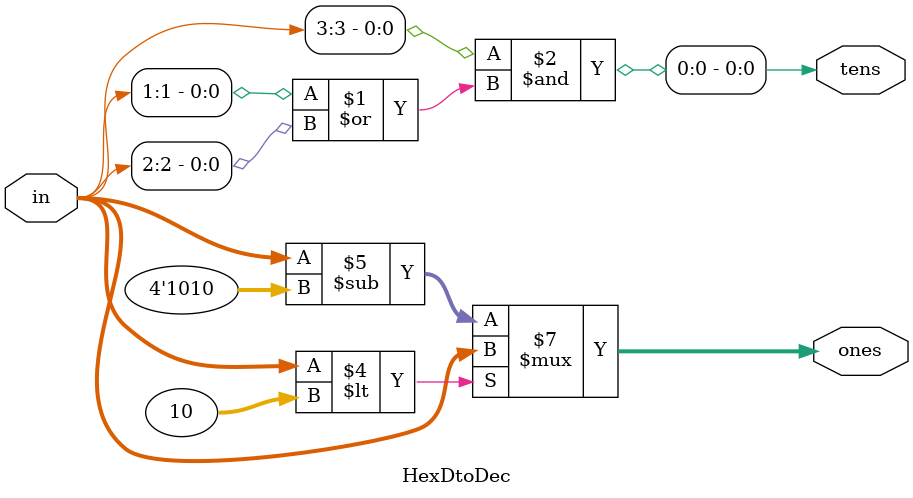
<source format=sv>

module HexDtoDec(input [3:0]in,output [3:0] tens,output [3:0] ones);
assign tens[0]=in[3]&(in[1]|in[2]);

always @ (in)
begin
if(in<10)
ones<=in;
else 
ones<=in-4'b1010;
end




endmodule 
</source>
